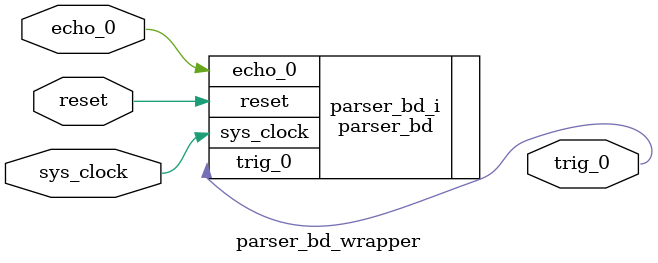
<source format=v>
`timescale 1 ps / 1 ps

module parser_bd_wrapper
   (echo_0,
    reset,
    sys_clock,
    trig_0);
  input echo_0;
  input reset;
  input sys_clock;
  output trig_0;

  wire echo_0;
  wire reset;
  wire sys_clock;
  wire trig_0;

  parser_bd parser_bd_i
       (.echo_0(echo_0),
        .reset(reset),
        .sys_clock(sys_clock),
        .trig_0(trig_0));
endmodule

</source>
